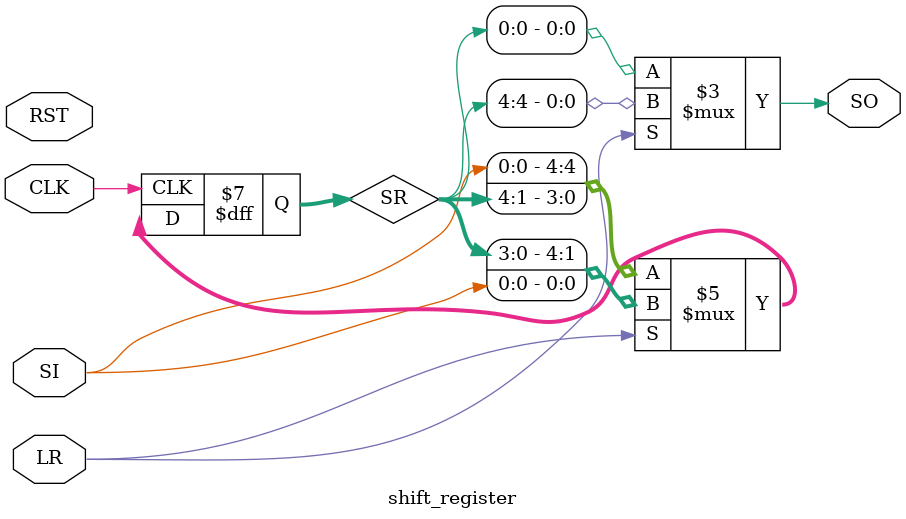
<source format=v>

module shift_register(SI, LR, CLK, RST, SO);
	input SI, LR, CLK, RST;
	output SO;

	reg [4:0] SR;
  
  always@(posedge CLK) begin
    if(!RST)
		SR <= 5'd0;
	
    if(LR)
      SR <= {SR[3:0], SI};
    else 
      SR <= {SI, SR[4:1]};
  end
  
  assign SO = LR? SR[4]: SR[0];
endmodule
</source>
